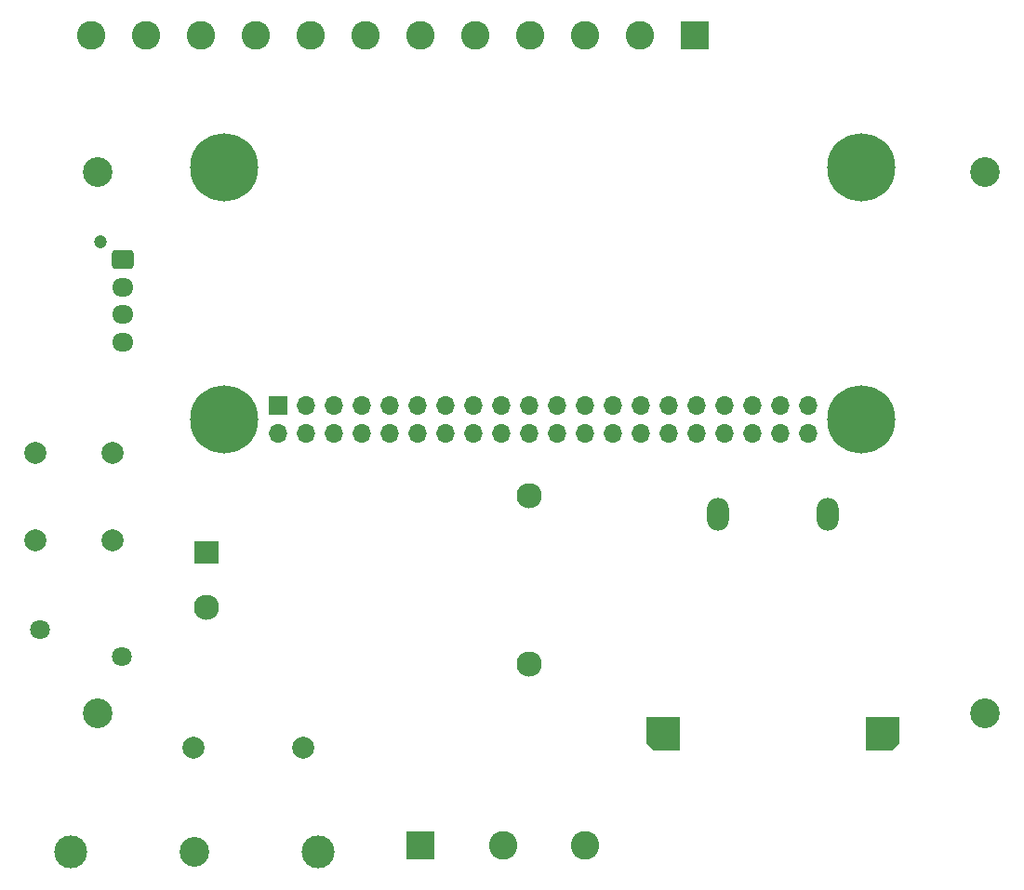
<source format=gbs>
G04 #@! TF.GenerationSoftware,KiCad,Pcbnew,(6.0.4-0)*
G04 #@! TF.CreationDate,2022-04-04T15:41:03+02:00*
G04 #@! TF.ProjectId,EnergyMonitor,456e6572-6779-44d6-9f6e-69746f722e6b,rev?*
G04 #@! TF.SameCoordinates,Original*
G04 #@! TF.FileFunction,Soldermask,Bot*
G04 #@! TF.FilePolarity,Negative*
%FSLAX46Y46*%
G04 Gerber Fmt 4.6, Leading zero omitted, Abs format (unit mm)*
G04 Created by KiCad (PCBNEW (6.0.4-0)) date 2022-04-04 15:41:03*
%MOMM*%
%LPD*%
G01*
G04 APERTURE LIST*
G04 Aperture macros list*
%AMRoundRect*
0 Rectangle with rounded corners*
0 $1 Rounding radius*
0 $2 $3 $4 $5 $6 $7 $8 $9 X,Y pos of 4 corners*
0 Add a 4 corners polygon primitive as box body*
4,1,4,$2,$3,$4,$5,$6,$7,$8,$9,$2,$3,0*
0 Add four circle primitives for the rounded corners*
1,1,$1+$1,$2,$3*
1,1,$1+$1,$4,$5*
1,1,$1+$1,$6,$7*
1,1,$1+$1,$8,$9*
0 Add four rect primitives between the rounded corners*
20,1,$1+$1,$2,$3,$4,$5,0*
20,1,$1+$1,$4,$5,$6,$7,0*
20,1,$1+$1,$6,$7,$8,$9,0*
20,1,$1+$1,$8,$9,$2,$3,0*%
%AMOutline5P*
0 Free polygon, 5 corners , with rotation*
0 The origin of the aperture is its center*
0 number of corners: always 5*
0 $1 to $10 corner X, Y*
0 $11 Rotation angle, in degrees counterclockwise*
0 create outline with 5 corners*
4,1,5,$1,$2,$3,$4,$5,$6,$7,$8,$9,$10,$1,$2,$11*%
%AMOutline6P*
0 Free polygon, 6 corners , with rotation*
0 The origin of the aperture is its center*
0 number of corners: always 6*
0 $1 to $12 corner X, Y*
0 $13 Rotation angle, in degrees counterclockwise*
0 create outline with 6 corners*
4,1,6,$1,$2,$3,$4,$5,$6,$7,$8,$9,$10,$11,$12,$1,$2,$13*%
%AMOutline7P*
0 Free polygon, 7 corners , with rotation*
0 The origin of the aperture is its center*
0 number of corners: always 7*
0 $1 to $14 corner X, Y*
0 $15 Rotation angle, in degrees counterclockwise*
0 create outline with 7 corners*
4,1,7,$1,$2,$3,$4,$5,$6,$7,$8,$9,$10,$11,$12,$13,$14,$1,$2,$15*%
%AMOutline8P*
0 Free polygon, 8 corners , with rotation*
0 The origin of the aperture is its center*
0 number of corners: always 8*
0 $1 to $16 corner X, Y*
0 $17 Rotation angle, in degrees counterclockwise*
0 create outline with 8 corners*
4,1,8,$1,$2,$3,$4,$5,$6,$7,$8,$9,$10,$11,$12,$13,$14,$15,$16,$1,$2,$17*%
G04 Aperture macros list end*
%ADD10C,2.700000*%
%ADD11C,2.000000*%
%ADD12C,1.200000*%
%ADD13RoundRect,0.250000X-0.725000X0.600000X-0.725000X-0.600000X0.725000X-0.600000X0.725000X0.600000X0*%
%ADD14O,1.950000X1.700000*%
%ADD15C,1.800000*%
%ADD16C,2.600000*%
%ADD17R,2.600000X2.600000*%
%ADD18C,3.000000*%
%ADD19C,6.200000*%
%ADD20R,1.700000X1.700000*%
%ADD21O,1.700000X1.700000*%
%ADD22R,2.300000X2.000000*%
%ADD23C,2.300000*%
%ADD24Outline5P,-1.500000X1.500000X1.500000X1.500000X1.500000X-1.500000X-0.900000X-1.500000X-1.500000X-0.900000X90.000000*%
%ADD25Outline5P,-1.500000X0.900000X-0.900000X1.500000X1.500000X1.500000X1.500000X-1.500000X-1.500000X-1.500000X90.000000*%
%ADD26O,2.000000X3.000000*%
G04 APERTURE END LIST*
D10*
X190250000Y-66350000D03*
X190250000Y-115650000D03*
D11*
X103815000Y-99885000D03*
X110815000Y-99885000D03*
X110815000Y-91885000D03*
X103815000Y-91885000D03*
D12*
X109760000Y-72695000D03*
D13*
X111760000Y-74295000D03*
D14*
X111760000Y-76795000D03*
X111760000Y-79295000D03*
X111760000Y-81795000D03*
D10*
X109500000Y-115650000D03*
D15*
X104200000Y-108020000D03*
X111700000Y-110420000D03*
D16*
X153860000Y-127600000D03*
X146360000Y-127600000D03*
D17*
X138860000Y-127600000D03*
D16*
X108860000Y-53900000D03*
X113860000Y-53900000D03*
X118860000Y-53900000D03*
X123860000Y-53900000D03*
X128860000Y-53900000D03*
X133860000Y-53900000D03*
X138860000Y-53900000D03*
X143860000Y-53900000D03*
X148860000Y-53900000D03*
X153860000Y-53900000D03*
X158860000Y-53900000D03*
D17*
X163860000Y-53900000D03*
D10*
X118290000Y-128270000D03*
D18*
X129540000Y-128270000D03*
X107040000Y-128270000D03*
D10*
X109500000Y-66350000D03*
D19*
X121000000Y-65900000D03*
X179000000Y-88900000D03*
X179000000Y-65900000D03*
X121000000Y-88900000D03*
D20*
X125870000Y-87630000D03*
D21*
X125870000Y-90170000D03*
X128410000Y-87630000D03*
X128410000Y-90170000D03*
X130950000Y-87630000D03*
X130950000Y-90170000D03*
X133490000Y-87630000D03*
X133490000Y-90170000D03*
X136030000Y-87630000D03*
X136030000Y-90170000D03*
X138570000Y-87630000D03*
X138570000Y-90170000D03*
X141110000Y-87630000D03*
X141110000Y-90170000D03*
X143650000Y-87630000D03*
X143650000Y-90170000D03*
X146190000Y-87630000D03*
X146190000Y-90170000D03*
X148730000Y-87630000D03*
X148730000Y-90170000D03*
X151270000Y-87630000D03*
X151270000Y-90170000D03*
X153810000Y-87630000D03*
X153810000Y-90170000D03*
X156350000Y-87630000D03*
X156350000Y-90170000D03*
X158890000Y-87630000D03*
X158890000Y-90170000D03*
X161430000Y-87630000D03*
X161430000Y-90170000D03*
X163970000Y-87630000D03*
X163970000Y-90170000D03*
X166510000Y-87630000D03*
X166510000Y-90170000D03*
X169050000Y-87630000D03*
X169050000Y-90170000D03*
X171590000Y-87630000D03*
X171590000Y-90170000D03*
X174130000Y-87630000D03*
X174130000Y-90170000D03*
D22*
X119380000Y-100965000D03*
D23*
X119380000Y-105965000D03*
X148780000Y-95765000D03*
X148780000Y-111165000D03*
D11*
X128190000Y-118745000D03*
X118190000Y-118745000D03*
D24*
X180942000Y-117500000D03*
D25*
X160942000Y-117500000D03*
D26*
X165942000Y-97500000D03*
X175942000Y-97500000D03*
M02*

</source>
